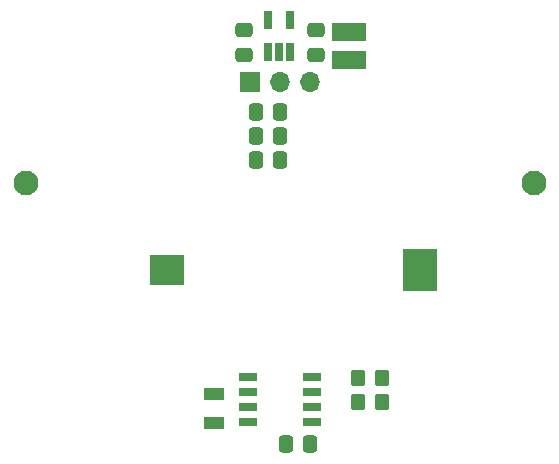
<source format=gbs>
G04 #@! TF.GenerationSoftware,KiCad,Pcbnew,6.0.9-8da3e8f707~116~ubuntu22.04.1*
G04 #@! TF.CreationDate,2022-11-08T11:27:41+01:00*
G04 #@! TF.ProjectId,PCB-Horloge,5043422d-486f-4726-9c6f-67652e6b6963,1.0*
G04 #@! TF.SameCoordinates,Original*
G04 #@! TF.FileFunction,Soldermask,Bot*
G04 #@! TF.FilePolarity,Negative*
%FSLAX46Y46*%
G04 Gerber Fmt 4.6, Leading zero omitted, Abs format (unit mm)*
G04 Created by KiCad (PCBNEW 6.0.9-8da3e8f707~116~ubuntu22.04.1) date 2022-11-08 11:27:41*
%MOMM*%
%LPD*%
G01*
G04 APERTURE LIST*
G04 Aperture macros list*
%AMRoundRect*
0 Rectangle with rounded corners*
0 $1 Rounding radius*
0 $2 $3 $4 $5 $6 $7 $8 $9 X,Y pos of 4 corners*
0 Add a 4 corners polygon primitive as box body*
4,1,4,$2,$3,$4,$5,$6,$7,$8,$9,$2,$3,0*
0 Add four circle primitives for the rounded corners*
1,1,$1+$1,$2,$3*
1,1,$1+$1,$4,$5*
1,1,$1+$1,$6,$7*
1,1,$1+$1,$8,$9*
0 Add four rect primitives between the rounded corners*
20,1,$1+$1,$2,$3,$4,$5,0*
20,1,$1+$1,$4,$5,$6,$7,0*
20,1,$1+$1,$6,$7,$8,$9,0*
20,1,$1+$1,$8,$9,$2,$3,0*%
G04 Aperture macros list end*
%ADD10R,1.700000X1.700000*%
%ADD11O,1.700000X1.700000*%
%ADD12C,2.100000*%
%ADD13RoundRect,0.250000X-0.475000X0.337500X-0.475000X-0.337500X0.475000X-0.337500X0.475000X0.337500X0*%
%ADD14RoundRect,0.250000X0.337500X0.475000X-0.337500X0.475000X-0.337500X-0.475000X0.337500X-0.475000X0*%
%ADD15R,3.000000X1.600000*%
%ADD16R,0.650000X1.560000*%
%ADD17R,1.550000X0.700000*%
%ADD18R,3.000000X3.600000*%
%ADD19R,3.000000X2.600000*%
%ADD20RoundRect,0.250000X0.350000X0.450000X-0.350000X0.450000X-0.350000X-0.450000X0.350000X-0.450000X0*%
%ADD21RoundRect,0.250000X-0.337500X-0.475000X0.337500X-0.475000X0.337500X0.475000X-0.337500X0.475000X0*%
%ADD22RoundRect,0.250000X0.475000X-0.337500X0.475000X0.337500X-0.475000X0.337500X-0.475000X-0.337500X0*%
%ADD23R,1.800000X1.000000*%
G04 APERTURE END LIST*
D10*
X134620000Y-77996867D03*
D11*
X137160000Y-77996867D03*
X139700000Y-77996867D03*
D12*
X115650000Y-86600000D03*
X158650000Y-86600000D03*
D13*
X134112000Y-73638500D03*
X134112000Y-75713500D03*
D14*
X139721500Y-108712000D03*
X137646500Y-108712000D03*
D15*
X143000000Y-73800000D03*
X143000000Y-76200000D03*
D16*
X138061090Y-75518000D03*
X137111090Y-75518000D03*
X136161090Y-75518000D03*
X136161090Y-72818000D03*
X138061090Y-72818000D03*
D17*
X134435000Y-106787000D03*
X134435000Y-105517000D03*
X134435000Y-104247000D03*
X134435000Y-102977000D03*
X139885000Y-102977000D03*
X139885000Y-104247000D03*
X139885000Y-105517000D03*
X139885000Y-106787000D03*
D18*
X148990000Y-93980000D03*
D19*
X127590000Y-93980000D03*
D20*
X145780000Y-103124000D03*
X143780000Y-103124000D03*
X145780000Y-105156000D03*
X143780000Y-105156000D03*
D21*
X135106500Y-84600867D03*
X137181500Y-84600867D03*
X135106500Y-82568867D03*
X137181500Y-82568867D03*
D22*
X140208000Y-75713500D03*
X140208000Y-73638500D03*
D23*
X131572000Y-106914000D03*
X131572000Y-104414000D03*
D21*
X135106500Y-80536867D03*
X137181500Y-80536867D03*
M02*

</source>
